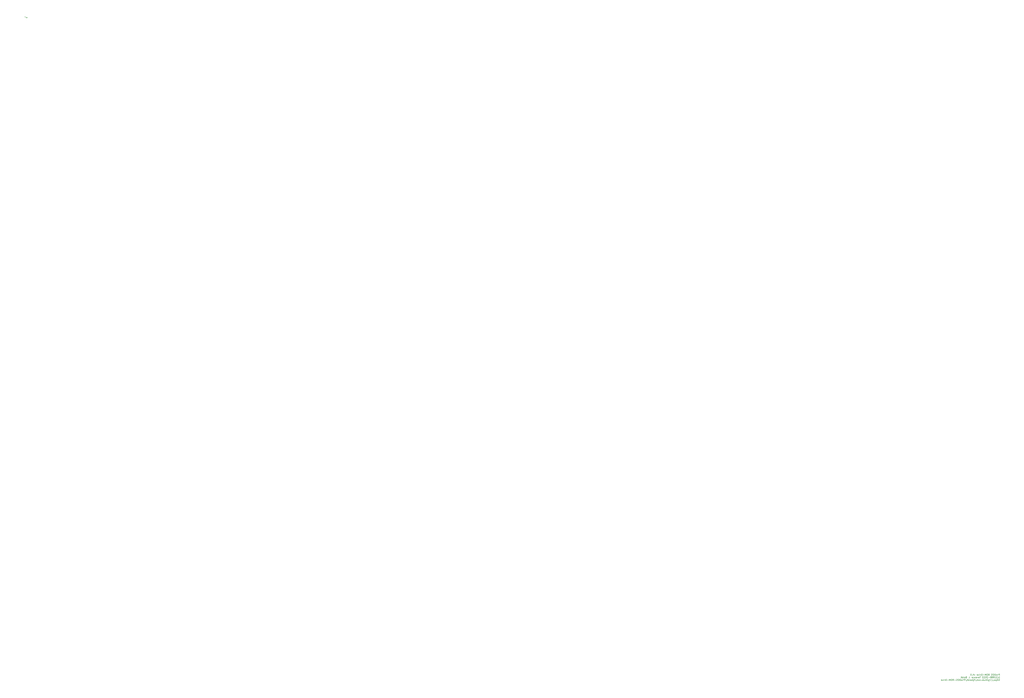
<source format=gbr>
G04 #@! TF.GenerationSoftware,KiCad,Pcbnew,(6.0.2-0)*
G04 #@! TF.CreationDate,2022-02-25T13:53:27-05:00*
G04 #@! TF.ProjectId,ProDOS ROM-Drive,50726f44-4f53-4205-924f-4d2d44726976,4.0*
G04 #@! TF.SameCoordinates,Original*
G04 #@! TF.FileFunction,Legend,Bot*
G04 #@! TF.FilePolarity,Positive*
%FSLAX46Y46*%
G04 Gerber Fmt 4.6, Leading zero omitted, Abs format (unit mm)*
G04 Created by KiCad (PCBNEW (6.0.2-0)) date 2022-02-25 13:53:27*
%MOMM*%
%LPD*%
G01*
G04 APERTURE LIST*
%ADD10C,0.200000*%
%ADD11C,0.149860*%
G04 APERTURE END LIST*
D10*
X-488696000Y337058000D02*
X-486918000Y336550000D01*
X-486918000Y336550000D02*
X-487680000Y336296000D01*
D11*
X106346733Y-65147262D02*
X106346733Y-64156662D01*
X105969362Y-64156662D01*
X105875019Y-64203834D01*
X105827848Y-64251005D01*
X105780676Y-64345348D01*
X105780676Y-64486862D01*
X105827848Y-64581205D01*
X105875019Y-64628376D01*
X105969362Y-64675548D01*
X106346733Y-64675548D01*
X105356133Y-65147262D02*
X105356133Y-64486862D01*
X105356133Y-64675548D02*
X105308962Y-64581205D01*
X105261791Y-64534034D01*
X105167448Y-64486862D01*
X105073105Y-64486862D01*
X104601391Y-65147262D02*
X104695733Y-65100091D01*
X104742905Y-65052919D01*
X104790076Y-64958576D01*
X104790076Y-64675548D01*
X104742905Y-64581205D01*
X104695733Y-64534034D01*
X104601391Y-64486862D01*
X104459876Y-64486862D01*
X104365533Y-64534034D01*
X104318362Y-64581205D01*
X104271191Y-64675548D01*
X104271191Y-64958576D01*
X104318362Y-65052919D01*
X104365533Y-65100091D01*
X104459876Y-65147262D01*
X104601391Y-65147262D01*
X103846648Y-65147262D02*
X103846648Y-64156662D01*
X103610791Y-64156662D01*
X103469276Y-64203834D01*
X103374933Y-64298176D01*
X103327762Y-64392519D01*
X103280591Y-64581205D01*
X103280591Y-64722719D01*
X103327762Y-64911405D01*
X103374933Y-65005748D01*
X103469276Y-65100091D01*
X103610791Y-65147262D01*
X103846648Y-65147262D01*
X102667362Y-64156662D02*
X102478676Y-64156662D01*
X102384333Y-64203834D01*
X102289991Y-64298176D01*
X102242819Y-64486862D01*
X102242819Y-64817062D01*
X102289991Y-65005748D01*
X102384333Y-65100091D01*
X102478676Y-65147262D01*
X102667362Y-65147262D01*
X102761705Y-65100091D01*
X102856048Y-65005748D01*
X102903219Y-64817062D01*
X102903219Y-64486862D01*
X102856048Y-64298176D01*
X102761705Y-64203834D01*
X102667362Y-64156662D01*
X101865448Y-65100091D02*
X101723933Y-65147262D01*
X101488076Y-65147262D01*
X101393733Y-65100091D01*
X101346562Y-65052919D01*
X101299391Y-64958576D01*
X101299391Y-64864234D01*
X101346562Y-64769891D01*
X101393733Y-64722719D01*
X101488076Y-64675548D01*
X101676762Y-64628376D01*
X101771105Y-64581205D01*
X101818276Y-64534034D01*
X101865448Y-64439691D01*
X101865448Y-64345348D01*
X101818276Y-64251005D01*
X101771105Y-64203834D01*
X101676762Y-64156662D01*
X101440905Y-64156662D01*
X101299391Y-64203834D01*
X99554048Y-65147262D02*
X99884248Y-64675548D01*
X100120105Y-65147262D02*
X100120105Y-64156662D01*
X99742733Y-64156662D01*
X99648391Y-64203834D01*
X99601219Y-64251005D01*
X99554048Y-64345348D01*
X99554048Y-64486862D01*
X99601219Y-64581205D01*
X99648391Y-64628376D01*
X99742733Y-64675548D01*
X100120105Y-64675548D01*
X98940819Y-64156662D02*
X98752133Y-64156662D01*
X98657791Y-64203834D01*
X98563448Y-64298176D01*
X98516276Y-64486862D01*
X98516276Y-64817062D01*
X98563448Y-65005748D01*
X98657791Y-65100091D01*
X98752133Y-65147262D01*
X98940819Y-65147262D01*
X99035162Y-65100091D01*
X99129505Y-65005748D01*
X99176676Y-64817062D01*
X99176676Y-64486862D01*
X99129505Y-64298176D01*
X99035162Y-64203834D01*
X98940819Y-64156662D01*
X98091733Y-65147262D02*
X98091733Y-64156662D01*
X97761533Y-64864234D01*
X97431333Y-64156662D01*
X97431333Y-65147262D01*
X96959619Y-64769891D02*
X96204876Y-64769891D01*
X95733162Y-65147262D02*
X95733162Y-64156662D01*
X95497305Y-64156662D01*
X95355791Y-64203834D01*
X95261448Y-64298176D01*
X95214276Y-64392519D01*
X95167105Y-64581205D01*
X95167105Y-64722719D01*
X95214276Y-64911405D01*
X95261448Y-65005748D01*
X95355791Y-65100091D01*
X95497305Y-65147262D01*
X95733162Y-65147262D01*
X94742562Y-65147262D02*
X94742562Y-64486862D01*
X94742562Y-64675548D02*
X94695391Y-64581205D01*
X94648219Y-64534034D01*
X94553876Y-64486862D01*
X94459533Y-64486862D01*
X94129333Y-65147262D02*
X94129333Y-64486862D01*
X94129333Y-64156662D02*
X94176505Y-64203834D01*
X94129333Y-64251005D01*
X94082162Y-64203834D01*
X94129333Y-64156662D01*
X94129333Y-64251005D01*
X93751962Y-64486862D02*
X93516105Y-65147262D01*
X93280248Y-64486862D01*
X92525505Y-65100091D02*
X92619848Y-65147262D01*
X92808533Y-65147262D01*
X92902876Y-65100091D01*
X92950048Y-65005748D01*
X92950048Y-64628376D01*
X92902876Y-64534034D01*
X92808533Y-64486862D01*
X92619848Y-64486862D01*
X92525505Y-64534034D01*
X92478333Y-64628376D01*
X92478333Y-64722719D01*
X92950048Y-64817062D01*
X91393391Y-64486862D02*
X91157533Y-65147262D01*
X90921676Y-64486862D01*
X90119762Y-64486862D02*
X90119762Y-65147262D01*
X90355619Y-64109491D02*
X90591476Y-64817062D01*
X89978248Y-64817062D01*
X89600876Y-65052919D02*
X89553705Y-65100091D01*
X89600876Y-65147262D01*
X89648048Y-65100091D01*
X89600876Y-65052919D01*
X89600876Y-65147262D01*
X88940476Y-64156662D02*
X88846133Y-64156662D01*
X88751791Y-64203834D01*
X88704619Y-64251005D01*
X88657448Y-64345348D01*
X88610276Y-64534034D01*
X88610276Y-64769891D01*
X88657448Y-64958576D01*
X88704619Y-65052919D01*
X88751791Y-65100091D01*
X88846133Y-65147262D01*
X88940476Y-65147262D01*
X89034819Y-65100091D01*
X89081991Y-65052919D01*
X89129162Y-64958576D01*
X89176333Y-64769891D01*
X89176333Y-64534034D01*
X89129162Y-64345348D01*
X89081991Y-64251005D01*
X89034819Y-64203834D01*
X88940476Y-64156662D01*
X106063705Y-67119500D02*
X106110876Y-67072328D01*
X106205219Y-66930814D01*
X106252391Y-66836471D01*
X106299562Y-66694957D01*
X106346733Y-66459100D01*
X106346733Y-66270414D01*
X106299562Y-66034557D01*
X106252391Y-65893042D01*
X106205219Y-65798700D01*
X106110876Y-65657185D01*
X106063705Y-65610014D01*
X105261791Y-66694957D02*
X105356133Y-66742128D01*
X105544819Y-66742128D01*
X105639162Y-66694957D01*
X105686333Y-66647785D01*
X105733505Y-66553442D01*
X105733505Y-66270414D01*
X105686333Y-66176071D01*
X105639162Y-66128900D01*
X105544819Y-66081728D01*
X105356133Y-66081728D01*
X105261791Y-66128900D01*
X104931591Y-67119500D02*
X104884419Y-67072328D01*
X104790076Y-66930814D01*
X104742905Y-66836471D01*
X104695733Y-66694957D01*
X104648562Y-66459100D01*
X104648562Y-66270414D01*
X104695733Y-66034557D01*
X104742905Y-65893042D01*
X104790076Y-65798700D01*
X104884419Y-65657185D01*
X104931591Y-65610014D01*
X103657962Y-66742128D02*
X104224019Y-66742128D01*
X103940991Y-66742128D02*
X103940991Y-65751528D01*
X104035333Y-65893042D01*
X104129676Y-65987385D01*
X104224019Y-66034557D01*
X103186248Y-66742128D02*
X102997562Y-66742128D01*
X102903219Y-66694957D01*
X102856048Y-66647785D01*
X102761705Y-66506271D01*
X102714533Y-66317585D01*
X102714533Y-65940214D01*
X102761705Y-65845871D01*
X102808876Y-65798700D01*
X102903219Y-65751528D01*
X103091905Y-65751528D01*
X103186248Y-65798700D01*
X103233419Y-65845871D01*
X103280591Y-65940214D01*
X103280591Y-66176071D01*
X103233419Y-66270414D01*
X103186248Y-66317585D01*
X103091905Y-66364757D01*
X102903219Y-66364757D01*
X102808876Y-66317585D01*
X102761705Y-66270414D01*
X102714533Y-66176071D01*
X102242819Y-66742128D02*
X102054133Y-66742128D01*
X101959791Y-66694957D01*
X101912619Y-66647785D01*
X101818276Y-66506271D01*
X101771105Y-66317585D01*
X101771105Y-65940214D01*
X101818276Y-65845871D01*
X101865448Y-65798700D01*
X101959791Y-65751528D01*
X102148476Y-65751528D01*
X102242819Y-65798700D01*
X102289991Y-65845871D01*
X102337162Y-65940214D01*
X102337162Y-66176071D01*
X102289991Y-66270414D01*
X102242819Y-66317585D01*
X102148476Y-66364757D01*
X101959791Y-66364757D01*
X101865448Y-66317585D01*
X101818276Y-66270414D01*
X101771105Y-66176071D01*
X101205048Y-66176071D02*
X101299391Y-66128900D01*
X101346562Y-66081728D01*
X101393733Y-65987385D01*
X101393733Y-65940214D01*
X101346562Y-65845871D01*
X101299391Y-65798700D01*
X101205048Y-65751528D01*
X101016362Y-65751528D01*
X100922019Y-65798700D01*
X100874848Y-65845871D01*
X100827676Y-65940214D01*
X100827676Y-65987385D01*
X100874848Y-66081728D01*
X100922019Y-66128900D01*
X101016362Y-66176071D01*
X101205048Y-66176071D01*
X101299391Y-66223242D01*
X101346562Y-66270414D01*
X101393733Y-66364757D01*
X101393733Y-66553442D01*
X101346562Y-66647785D01*
X101299391Y-66694957D01*
X101205048Y-66742128D01*
X101016362Y-66742128D01*
X100922019Y-66694957D01*
X100874848Y-66647785D01*
X100827676Y-66553442D01*
X100827676Y-66364757D01*
X100874848Y-66270414D01*
X100922019Y-66223242D01*
X101016362Y-66176071D01*
X100403133Y-66364757D02*
X99648391Y-66364757D01*
X99223848Y-65845871D02*
X99176676Y-65798700D01*
X99082333Y-65751528D01*
X98846476Y-65751528D01*
X98752133Y-65798700D01*
X98704962Y-65845871D01*
X98657791Y-65940214D01*
X98657791Y-66034557D01*
X98704962Y-66176071D01*
X99271019Y-66742128D01*
X98657791Y-66742128D01*
X98044562Y-65751528D02*
X97950219Y-65751528D01*
X97855876Y-65798700D01*
X97808705Y-65845871D01*
X97761533Y-65940214D01*
X97714362Y-66128900D01*
X97714362Y-66364757D01*
X97761533Y-66553442D01*
X97808705Y-66647785D01*
X97855876Y-66694957D01*
X97950219Y-66742128D01*
X98044562Y-66742128D01*
X98138905Y-66694957D01*
X98186076Y-66647785D01*
X98233248Y-66553442D01*
X98280419Y-66364757D01*
X98280419Y-66128900D01*
X98233248Y-65940214D01*
X98186076Y-65845871D01*
X98138905Y-65798700D01*
X98044562Y-65751528D01*
X97336991Y-65845871D02*
X97289819Y-65798700D01*
X97195476Y-65751528D01*
X96959619Y-65751528D01*
X96865276Y-65798700D01*
X96818105Y-65845871D01*
X96770933Y-65940214D01*
X96770933Y-66034557D01*
X96818105Y-66176071D01*
X97384162Y-66742128D01*
X96770933Y-66742128D01*
X96393562Y-65845871D02*
X96346391Y-65798700D01*
X96252048Y-65751528D01*
X96016191Y-65751528D01*
X95921848Y-65798700D01*
X95874676Y-65845871D01*
X95827505Y-65940214D01*
X95827505Y-66034557D01*
X95874676Y-66176071D01*
X96440733Y-66742128D01*
X95827505Y-66742128D01*
X94789733Y-65751528D02*
X94223676Y-65751528D01*
X94506705Y-66742128D02*
X94506705Y-65751528D01*
X93516105Y-66694957D02*
X93610448Y-66742128D01*
X93799133Y-66742128D01*
X93893476Y-66694957D01*
X93940648Y-66600614D01*
X93940648Y-66223242D01*
X93893476Y-66128900D01*
X93799133Y-66081728D01*
X93610448Y-66081728D01*
X93516105Y-66128900D01*
X93468933Y-66223242D01*
X93468933Y-66317585D01*
X93940648Y-66411928D01*
X93044391Y-66742128D02*
X93044391Y-66081728D01*
X93044391Y-66270414D02*
X92997219Y-66176071D01*
X92950048Y-66128900D01*
X92855705Y-66081728D01*
X92761362Y-66081728D01*
X92053791Y-66694957D02*
X92148133Y-66742128D01*
X92336819Y-66742128D01*
X92431162Y-66694957D01*
X92478333Y-66600614D01*
X92478333Y-66223242D01*
X92431162Y-66128900D01*
X92336819Y-66081728D01*
X92148133Y-66081728D01*
X92053791Y-66128900D01*
X92006619Y-66223242D01*
X92006619Y-66317585D01*
X92478333Y-66411928D01*
X91582076Y-66081728D02*
X91582076Y-66742128D01*
X91582076Y-66176071D02*
X91534905Y-66128900D01*
X91440562Y-66081728D01*
X91299048Y-66081728D01*
X91204705Y-66128900D01*
X91157533Y-66223242D01*
X91157533Y-66742128D01*
X90261276Y-66694957D02*
X90355619Y-66742128D01*
X90544305Y-66742128D01*
X90638648Y-66694957D01*
X90685819Y-66647785D01*
X90732991Y-66553442D01*
X90732991Y-66270414D01*
X90685819Y-66176071D01*
X90638648Y-66128900D01*
X90544305Y-66081728D01*
X90355619Y-66081728D01*
X90261276Y-66128900D01*
X89459362Y-66694957D02*
X89553705Y-66742128D01*
X89742391Y-66742128D01*
X89836733Y-66694957D01*
X89883905Y-66600614D01*
X89883905Y-66223242D01*
X89836733Y-66128900D01*
X89742391Y-66081728D01*
X89553705Y-66081728D01*
X89459362Y-66128900D01*
X89412191Y-66223242D01*
X89412191Y-66317585D01*
X89883905Y-66411928D01*
X87949876Y-65751528D02*
X87949876Y-66459100D01*
X87997048Y-66600614D01*
X88091391Y-66694957D01*
X88232905Y-66742128D01*
X88327248Y-66742128D01*
X87478162Y-66647785D02*
X87430991Y-66694957D01*
X87478162Y-66742128D01*
X87525333Y-66694957D01*
X87478162Y-66647785D01*
X87478162Y-66742128D01*
X85921505Y-66223242D02*
X85779991Y-66270414D01*
X85732819Y-66317585D01*
X85685648Y-66411928D01*
X85685648Y-66553442D01*
X85732819Y-66647785D01*
X85779991Y-66694957D01*
X85874333Y-66742128D01*
X86251705Y-66742128D01*
X86251705Y-65751528D01*
X85921505Y-65751528D01*
X85827162Y-65798700D01*
X85779991Y-65845871D01*
X85732819Y-65940214D01*
X85732819Y-66034557D01*
X85779991Y-66128900D01*
X85827162Y-66176071D01*
X85921505Y-66223242D01*
X86251705Y-66223242D01*
X85119591Y-66742128D02*
X85213933Y-66694957D01*
X85261105Y-66647785D01*
X85308276Y-66553442D01*
X85308276Y-66270414D01*
X85261105Y-66176071D01*
X85213933Y-66128900D01*
X85119591Y-66081728D01*
X84978076Y-66081728D01*
X84883733Y-66128900D01*
X84836562Y-66176071D01*
X84789391Y-66270414D01*
X84789391Y-66553442D01*
X84836562Y-66647785D01*
X84883733Y-66694957D01*
X84978076Y-66742128D01*
X85119591Y-66742128D01*
X84223333Y-66742128D02*
X84317676Y-66694957D01*
X84364848Y-66600614D01*
X84364848Y-65751528D01*
X83421419Y-66742128D02*
X83421419Y-65751528D01*
X83421419Y-66694957D02*
X83515762Y-66742128D01*
X83704448Y-66742128D01*
X83798791Y-66694957D01*
X83845962Y-66647785D01*
X83893133Y-66553442D01*
X83893133Y-66270414D01*
X83845962Y-66176071D01*
X83798791Y-66128900D01*
X83704448Y-66081728D01*
X83515762Y-66081728D01*
X83421419Y-66128900D01*
X83091219Y-66081728D02*
X82713848Y-66081728D01*
X82949705Y-65751528D02*
X82949705Y-66600614D01*
X82902533Y-66694957D01*
X82808191Y-66742128D01*
X82713848Y-66742128D01*
X106346733Y-68336994D02*
X106346733Y-67346394D01*
X105922191Y-68336994D02*
X105922191Y-67818108D01*
X105969362Y-67723766D01*
X106063705Y-67676594D01*
X106205219Y-67676594D01*
X106299562Y-67723766D01*
X106346733Y-67770937D01*
X105591991Y-67676594D02*
X105214619Y-67676594D01*
X105450476Y-67346394D02*
X105450476Y-68195480D01*
X105403305Y-68289823D01*
X105308962Y-68336994D01*
X105214619Y-68336994D01*
X105025933Y-67676594D02*
X104648562Y-67676594D01*
X104884419Y-67346394D02*
X104884419Y-68195480D01*
X104837248Y-68289823D01*
X104742905Y-68336994D01*
X104648562Y-68336994D01*
X104318362Y-67676594D02*
X104318362Y-68667194D01*
X104318362Y-67723766D02*
X104224019Y-67676594D01*
X104035333Y-67676594D01*
X103940991Y-67723766D01*
X103893819Y-67770937D01*
X103846648Y-67865280D01*
X103846648Y-68148308D01*
X103893819Y-68242651D01*
X103940991Y-68289823D01*
X104035333Y-68336994D01*
X104224019Y-68336994D01*
X104318362Y-68289823D01*
X103469276Y-68289823D02*
X103374933Y-68336994D01*
X103186248Y-68336994D01*
X103091905Y-68289823D01*
X103044733Y-68195480D01*
X103044733Y-68148308D01*
X103091905Y-68053966D01*
X103186248Y-68006794D01*
X103327762Y-68006794D01*
X103422105Y-67959623D01*
X103469276Y-67865280D01*
X103469276Y-67818108D01*
X103422105Y-67723766D01*
X103327762Y-67676594D01*
X103186248Y-67676594D01*
X103091905Y-67723766D01*
X102620191Y-68242651D02*
X102573019Y-68289823D01*
X102620191Y-68336994D01*
X102667362Y-68289823D01*
X102620191Y-68242651D01*
X102620191Y-68336994D01*
X102620191Y-67723766D02*
X102573019Y-67770937D01*
X102620191Y-67818108D01*
X102667362Y-67770937D01*
X102620191Y-67723766D01*
X102620191Y-67818108D01*
X101440905Y-67299223D02*
X102289991Y-68572851D01*
X100403133Y-67299223D02*
X101252219Y-68572851D01*
X99648391Y-67676594D02*
X99648391Y-68478508D01*
X99695562Y-68572851D01*
X99742733Y-68620023D01*
X99837076Y-68667194D01*
X99978591Y-68667194D01*
X100072933Y-68620023D01*
X99648391Y-68289823D02*
X99742733Y-68336994D01*
X99931419Y-68336994D01*
X100025762Y-68289823D01*
X100072933Y-68242651D01*
X100120105Y-68148308D01*
X100120105Y-67865280D01*
X100072933Y-67770937D01*
X100025762Y-67723766D01*
X99931419Y-67676594D01*
X99742733Y-67676594D01*
X99648391Y-67723766D01*
X99176676Y-68336994D02*
X99176676Y-67676594D01*
X99176676Y-67346394D02*
X99223848Y-67393566D01*
X99176676Y-67440737D01*
X99129505Y-67393566D01*
X99176676Y-67346394D01*
X99176676Y-67440737D01*
X98846476Y-67676594D02*
X98469105Y-67676594D01*
X98704962Y-67346394D02*
X98704962Y-68195480D01*
X98657791Y-68289823D01*
X98563448Y-68336994D01*
X98469105Y-68336994D01*
X98138905Y-68336994D02*
X98138905Y-67346394D01*
X97714362Y-68336994D02*
X97714362Y-67818108D01*
X97761533Y-67723766D01*
X97855876Y-67676594D01*
X97997391Y-67676594D01*
X98091733Y-67723766D01*
X98138905Y-67770937D01*
X96818105Y-67676594D02*
X96818105Y-68336994D01*
X97242648Y-67676594D02*
X97242648Y-68195480D01*
X97195476Y-68289823D01*
X97101133Y-68336994D01*
X96959619Y-68336994D01*
X96865276Y-68289823D01*
X96818105Y-68242651D01*
X96346391Y-68336994D02*
X96346391Y-67346394D01*
X96346391Y-67723766D02*
X96252048Y-67676594D01*
X96063362Y-67676594D01*
X95969019Y-67723766D01*
X95921848Y-67770937D01*
X95874676Y-67865280D01*
X95874676Y-68148308D01*
X95921848Y-68242651D01*
X95969019Y-68289823D01*
X96063362Y-68336994D01*
X96252048Y-68336994D01*
X96346391Y-68289823D01*
X95450133Y-68242651D02*
X95402962Y-68289823D01*
X95450133Y-68336994D01*
X95497305Y-68289823D01*
X95450133Y-68242651D01*
X95450133Y-68336994D01*
X94553876Y-68289823D02*
X94648219Y-68336994D01*
X94836905Y-68336994D01*
X94931248Y-68289823D01*
X94978419Y-68242651D01*
X95025591Y-68148308D01*
X95025591Y-67865280D01*
X94978419Y-67770937D01*
X94931248Y-67723766D01*
X94836905Y-67676594D01*
X94648219Y-67676594D01*
X94553876Y-67723766D01*
X93987819Y-68336994D02*
X94082162Y-68289823D01*
X94129333Y-68242651D01*
X94176505Y-68148308D01*
X94176505Y-67865280D01*
X94129333Y-67770937D01*
X94082162Y-67723766D01*
X93987819Y-67676594D01*
X93846305Y-67676594D01*
X93751962Y-67723766D01*
X93704791Y-67770937D01*
X93657619Y-67865280D01*
X93657619Y-68148308D01*
X93704791Y-68242651D01*
X93751962Y-68289823D01*
X93846305Y-68336994D01*
X93987819Y-68336994D01*
X93233076Y-68336994D02*
X93233076Y-67676594D01*
X93233076Y-67770937D02*
X93185905Y-67723766D01*
X93091562Y-67676594D01*
X92950048Y-67676594D01*
X92855705Y-67723766D01*
X92808533Y-67818108D01*
X92808533Y-68336994D01*
X92808533Y-67818108D02*
X92761362Y-67723766D01*
X92667019Y-67676594D01*
X92525505Y-67676594D01*
X92431162Y-67723766D01*
X92383991Y-67818108D01*
X92383991Y-68336994D01*
X91204705Y-67299223D02*
X92053791Y-68572851D01*
X91016019Y-67676594D02*
X90638648Y-67676594D01*
X90874505Y-67346394D02*
X90874505Y-68195480D01*
X90827333Y-68289823D01*
X90732991Y-68336994D01*
X90638648Y-68336994D01*
X90308448Y-67676594D02*
X90308448Y-68525680D01*
X90355619Y-68620023D01*
X90449962Y-68667194D01*
X90497133Y-68667194D01*
X90308448Y-67346394D02*
X90355619Y-67393566D01*
X90308448Y-67440737D01*
X90261276Y-67393566D01*
X90308448Y-67346394D01*
X90308448Y-67440737D01*
X89836733Y-68336994D02*
X89836733Y-67346394D01*
X89836733Y-67723766D02*
X89742391Y-67676594D01*
X89553705Y-67676594D01*
X89459362Y-67723766D01*
X89412191Y-67770937D01*
X89365019Y-67865280D01*
X89365019Y-68148308D01*
X89412191Y-68242651D01*
X89459362Y-68289823D01*
X89553705Y-68336994D01*
X89742391Y-68336994D01*
X89836733Y-68289823D01*
X88798962Y-68336994D02*
X88893305Y-68289823D01*
X88940476Y-68242651D01*
X88987648Y-68148308D01*
X88987648Y-67865280D01*
X88940476Y-67770937D01*
X88893305Y-67723766D01*
X88798962Y-67676594D01*
X88657448Y-67676594D01*
X88563105Y-67723766D01*
X88515933Y-67770937D01*
X88468762Y-67865280D01*
X88468762Y-68148308D01*
X88515933Y-68242651D01*
X88563105Y-68289823D01*
X88657448Y-68336994D01*
X88798962Y-68336994D01*
X87902705Y-68336994D02*
X87997048Y-68289823D01*
X88044219Y-68195480D01*
X88044219Y-67346394D01*
X87100791Y-68336994D02*
X87100791Y-67346394D01*
X87100791Y-68289823D02*
X87195133Y-68336994D01*
X87383819Y-68336994D01*
X87478162Y-68289823D01*
X87525333Y-68242651D01*
X87572505Y-68148308D01*
X87572505Y-67865280D01*
X87525333Y-67770937D01*
X87478162Y-67723766D01*
X87383819Y-67676594D01*
X87195133Y-67676594D01*
X87100791Y-67723766D01*
X86770591Y-67676594D02*
X86393219Y-67676594D01*
X86629076Y-67346394D02*
X86629076Y-68195480D01*
X86581905Y-68289823D01*
X86487562Y-68336994D01*
X86393219Y-68336994D01*
X85355448Y-67299223D02*
X86204533Y-68572851D01*
X85025248Y-68336994D02*
X85025248Y-67346394D01*
X84647876Y-67346394D01*
X84553533Y-67393566D01*
X84506362Y-67440737D01*
X84459191Y-67535080D01*
X84459191Y-67676594D01*
X84506362Y-67770937D01*
X84553533Y-67818108D01*
X84647876Y-67865280D01*
X85025248Y-67865280D01*
X84034648Y-68336994D02*
X84034648Y-67676594D01*
X84034648Y-67865280D02*
X83987476Y-67770937D01*
X83940305Y-67723766D01*
X83845962Y-67676594D01*
X83751619Y-67676594D01*
X83279905Y-68336994D02*
X83374248Y-68289823D01*
X83421419Y-68242651D01*
X83468591Y-68148308D01*
X83468591Y-67865280D01*
X83421419Y-67770937D01*
X83374248Y-67723766D01*
X83279905Y-67676594D01*
X83138391Y-67676594D01*
X83044048Y-67723766D01*
X82996876Y-67770937D01*
X82949705Y-67865280D01*
X82949705Y-68148308D01*
X82996876Y-68242651D01*
X83044048Y-68289823D01*
X83138391Y-68336994D01*
X83279905Y-68336994D01*
X82525162Y-68336994D02*
X82525162Y-67346394D01*
X82289305Y-67346394D01*
X82147791Y-67393566D01*
X82053448Y-67487908D01*
X82006276Y-67582251D01*
X81959105Y-67770937D01*
X81959105Y-67912451D01*
X82006276Y-68101137D01*
X82053448Y-68195480D01*
X82147791Y-68289823D01*
X82289305Y-68336994D01*
X82525162Y-68336994D01*
X81345876Y-67346394D02*
X81157191Y-67346394D01*
X81062848Y-67393566D01*
X80968505Y-67487908D01*
X80921333Y-67676594D01*
X80921333Y-68006794D01*
X80968505Y-68195480D01*
X81062848Y-68289823D01*
X81157191Y-68336994D01*
X81345876Y-68336994D01*
X81440219Y-68289823D01*
X81534562Y-68195480D01*
X81581733Y-68006794D01*
X81581733Y-67676594D01*
X81534562Y-67487908D01*
X81440219Y-67393566D01*
X81345876Y-67346394D01*
X80543962Y-68289823D02*
X80402448Y-68336994D01*
X80166591Y-68336994D01*
X80072248Y-68289823D01*
X80025076Y-68242651D01*
X79977905Y-68148308D01*
X79977905Y-68053966D01*
X80025076Y-67959623D01*
X80072248Y-67912451D01*
X80166591Y-67865280D01*
X80355276Y-67818108D01*
X80449619Y-67770937D01*
X80496791Y-67723766D01*
X80543962Y-67629423D01*
X80543962Y-67535080D01*
X80496791Y-67440737D01*
X80449619Y-67393566D01*
X80355276Y-67346394D01*
X80119419Y-67346394D01*
X79977905Y-67393566D01*
X79553362Y-67959623D02*
X78798619Y-67959623D01*
X77760848Y-68336994D02*
X78091048Y-67865280D01*
X78326905Y-68336994D02*
X78326905Y-67346394D01*
X77949533Y-67346394D01*
X77855191Y-67393566D01*
X77808019Y-67440737D01*
X77760848Y-67535080D01*
X77760848Y-67676594D01*
X77808019Y-67770937D01*
X77855191Y-67818108D01*
X77949533Y-67865280D01*
X78326905Y-67865280D01*
X77147619Y-67346394D02*
X76958933Y-67346394D01*
X76864591Y-67393566D01*
X76770248Y-67487908D01*
X76723076Y-67676594D01*
X76723076Y-68006794D01*
X76770248Y-68195480D01*
X76864591Y-68289823D01*
X76958933Y-68336994D01*
X77147619Y-68336994D01*
X77241962Y-68289823D01*
X77336305Y-68195480D01*
X77383476Y-68006794D01*
X77383476Y-67676594D01*
X77336305Y-67487908D01*
X77241962Y-67393566D01*
X77147619Y-67346394D01*
X76298533Y-68336994D02*
X76298533Y-67346394D01*
X75968333Y-68053966D01*
X75638133Y-67346394D01*
X75638133Y-68336994D01*
X75166419Y-67959623D02*
X74411676Y-67959623D01*
X73939962Y-68336994D02*
X73939962Y-67346394D01*
X73704105Y-67346394D01*
X73562591Y-67393566D01*
X73468248Y-67487908D01*
X73421076Y-67582251D01*
X73373905Y-67770937D01*
X73373905Y-67912451D01*
X73421076Y-68101137D01*
X73468248Y-68195480D01*
X73562591Y-68289823D01*
X73704105Y-68336994D01*
X73939962Y-68336994D01*
X72949362Y-68336994D02*
X72949362Y-67676594D01*
X72949362Y-67865280D02*
X72902191Y-67770937D01*
X72855019Y-67723766D01*
X72760676Y-67676594D01*
X72666333Y-67676594D01*
X72336133Y-68336994D02*
X72336133Y-67676594D01*
X72336133Y-67346394D02*
X72383305Y-67393566D01*
X72336133Y-67440737D01*
X72288962Y-67393566D01*
X72336133Y-67346394D01*
X72336133Y-67440737D01*
X71958762Y-67676594D02*
X71722905Y-68336994D01*
X71487048Y-67676594D01*
X70732305Y-68289823D02*
X70826648Y-68336994D01*
X71015333Y-68336994D01*
X71109676Y-68289823D01*
X71156848Y-68195480D01*
X71156848Y-67818108D01*
X71109676Y-67723766D01*
X71015333Y-67676594D01*
X70826648Y-67676594D01*
X70732305Y-67723766D01*
X70685133Y-67818108D01*
X70685133Y-67912451D01*
X71156848Y-68006794D01*
M02*

</source>
